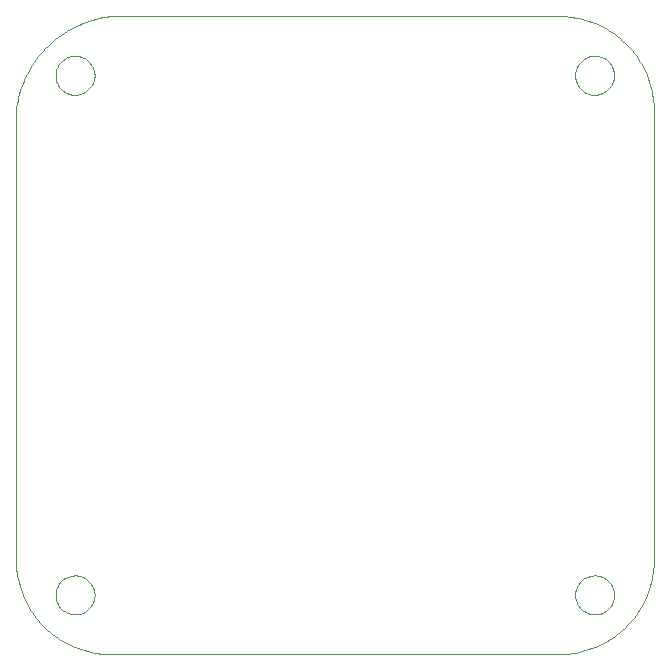
<source format=gbo>
G75*
%MOIN*%
%OFA0B0*%
%FSLAX24Y24*%
%IPPOS*%
%LPD*%
%AMOC8*
5,1,8,0,0,1.08239X$1,22.5*
%
%ADD10C,0.0000*%
D10*
X001991Y002069D02*
X001993Y002119D01*
X001999Y002169D01*
X002009Y002219D01*
X002022Y002267D01*
X002039Y002315D01*
X002060Y002361D01*
X002084Y002405D01*
X002112Y002447D01*
X002143Y002487D01*
X002177Y002524D01*
X002214Y002559D01*
X002253Y002590D01*
X002294Y002619D01*
X002338Y002644D01*
X002384Y002666D01*
X002431Y002684D01*
X002479Y002698D01*
X002528Y002709D01*
X002578Y002716D01*
X002628Y002719D01*
X002679Y002718D01*
X002729Y002713D01*
X002779Y002704D01*
X002827Y002692D01*
X002875Y002675D01*
X002921Y002655D01*
X002966Y002632D01*
X003009Y002605D01*
X003049Y002575D01*
X003087Y002542D01*
X003122Y002506D01*
X003155Y002467D01*
X003184Y002426D01*
X003210Y002383D01*
X003233Y002338D01*
X003252Y002291D01*
X003267Y002243D01*
X003279Y002194D01*
X003287Y002144D01*
X003291Y002094D01*
X003291Y002044D01*
X003287Y001994D01*
X003279Y001944D01*
X003267Y001895D01*
X003252Y001847D01*
X003233Y001800D01*
X003210Y001755D01*
X003184Y001712D01*
X003155Y001671D01*
X003122Y001632D01*
X003087Y001596D01*
X003049Y001563D01*
X003009Y001533D01*
X002966Y001506D01*
X002921Y001483D01*
X002875Y001463D01*
X002827Y001446D01*
X002779Y001434D01*
X002729Y001425D01*
X002679Y001420D01*
X002628Y001419D01*
X002578Y001422D01*
X002528Y001429D01*
X002479Y001440D01*
X002431Y001454D01*
X002384Y001472D01*
X002338Y001494D01*
X002294Y001519D01*
X002253Y001548D01*
X002214Y001579D01*
X002177Y001614D01*
X002143Y001651D01*
X002112Y001691D01*
X002084Y001733D01*
X002060Y001777D01*
X002039Y001823D01*
X002022Y001871D01*
X002009Y001919D01*
X001999Y001969D01*
X001993Y002019D01*
X001991Y002069D01*
X000672Y003250D02*
X000672Y018210D01*
X001991Y019391D02*
X001993Y019441D01*
X001999Y019491D01*
X002009Y019541D01*
X002022Y019589D01*
X002039Y019637D01*
X002060Y019683D01*
X002084Y019727D01*
X002112Y019769D01*
X002143Y019809D01*
X002177Y019846D01*
X002214Y019881D01*
X002253Y019912D01*
X002294Y019941D01*
X002338Y019966D01*
X002384Y019988D01*
X002431Y020006D01*
X002479Y020020D01*
X002528Y020031D01*
X002578Y020038D01*
X002628Y020041D01*
X002679Y020040D01*
X002729Y020035D01*
X002779Y020026D01*
X002827Y020014D01*
X002875Y019997D01*
X002921Y019977D01*
X002966Y019954D01*
X003009Y019927D01*
X003049Y019897D01*
X003087Y019864D01*
X003122Y019828D01*
X003155Y019789D01*
X003184Y019748D01*
X003210Y019705D01*
X003233Y019660D01*
X003252Y019613D01*
X003267Y019565D01*
X003279Y019516D01*
X003287Y019466D01*
X003291Y019416D01*
X003291Y019366D01*
X003287Y019316D01*
X003279Y019266D01*
X003267Y019217D01*
X003252Y019169D01*
X003233Y019122D01*
X003210Y019077D01*
X003184Y019034D01*
X003155Y018993D01*
X003122Y018954D01*
X003087Y018918D01*
X003049Y018885D01*
X003009Y018855D01*
X002966Y018828D01*
X002921Y018805D01*
X002875Y018785D01*
X002827Y018768D01*
X002779Y018756D01*
X002729Y018747D01*
X002679Y018742D01*
X002628Y018741D01*
X002578Y018744D01*
X002528Y018751D01*
X002479Y018762D01*
X002431Y018776D01*
X002384Y018794D01*
X002338Y018816D01*
X002294Y018841D01*
X002253Y018870D01*
X002214Y018901D01*
X002177Y018936D01*
X002143Y018973D01*
X002112Y019013D01*
X002084Y019055D01*
X002060Y019099D01*
X002039Y019145D01*
X002022Y019193D01*
X002009Y019241D01*
X001999Y019291D01*
X001993Y019341D01*
X001991Y019391D01*
X000672Y018211D02*
X000687Y018326D01*
X000705Y018442D01*
X000727Y018556D01*
X000754Y018670D01*
X000783Y018783D01*
X000817Y018894D01*
X000854Y019005D01*
X000894Y019114D01*
X000939Y019222D01*
X000986Y019329D01*
X001038Y019434D01*
X001092Y019537D01*
X001150Y019638D01*
X001211Y019737D01*
X001276Y019834D01*
X001343Y019930D01*
X001414Y020022D01*
X001488Y020113D01*
X001564Y020201D01*
X001644Y020286D01*
X001726Y020369D01*
X001811Y020449D01*
X001898Y020526D01*
X001988Y020601D01*
X002080Y020672D01*
X002175Y020740D01*
X002272Y020806D01*
X002370Y020868D01*
X002471Y020926D01*
X002574Y020982D01*
X002678Y021034D01*
X002784Y021082D01*
X002892Y021127D01*
X003001Y021169D01*
X003111Y021207D01*
X003223Y021241D01*
X003335Y021272D01*
X003449Y021299D01*
X003563Y021322D01*
X003678Y021341D01*
X003794Y021357D01*
X003910Y021369D01*
X004026Y021377D01*
X004143Y021381D01*
X004259Y021382D01*
X004376Y021378D01*
X004493Y021371D01*
X004609Y021360D01*
X018782Y021360D01*
X019313Y019391D02*
X019315Y019441D01*
X019321Y019491D01*
X019331Y019541D01*
X019344Y019589D01*
X019361Y019637D01*
X019382Y019683D01*
X019406Y019727D01*
X019434Y019769D01*
X019465Y019809D01*
X019499Y019846D01*
X019536Y019881D01*
X019575Y019912D01*
X019616Y019941D01*
X019660Y019966D01*
X019706Y019988D01*
X019753Y020006D01*
X019801Y020020D01*
X019850Y020031D01*
X019900Y020038D01*
X019950Y020041D01*
X020001Y020040D01*
X020051Y020035D01*
X020101Y020026D01*
X020149Y020014D01*
X020197Y019997D01*
X020243Y019977D01*
X020288Y019954D01*
X020331Y019927D01*
X020371Y019897D01*
X020409Y019864D01*
X020444Y019828D01*
X020477Y019789D01*
X020506Y019748D01*
X020532Y019705D01*
X020555Y019660D01*
X020574Y019613D01*
X020589Y019565D01*
X020601Y019516D01*
X020609Y019466D01*
X020613Y019416D01*
X020613Y019366D01*
X020609Y019316D01*
X020601Y019266D01*
X020589Y019217D01*
X020574Y019169D01*
X020555Y019122D01*
X020532Y019077D01*
X020506Y019034D01*
X020477Y018993D01*
X020444Y018954D01*
X020409Y018918D01*
X020371Y018885D01*
X020331Y018855D01*
X020288Y018828D01*
X020243Y018805D01*
X020197Y018785D01*
X020149Y018768D01*
X020101Y018756D01*
X020051Y018747D01*
X020001Y018742D01*
X019950Y018741D01*
X019900Y018744D01*
X019850Y018751D01*
X019801Y018762D01*
X019753Y018776D01*
X019706Y018794D01*
X019660Y018816D01*
X019616Y018841D01*
X019575Y018870D01*
X019536Y018901D01*
X019499Y018936D01*
X019465Y018973D01*
X019434Y019013D01*
X019406Y019055D01*
X019382Y019099D01*
X019361Y019145D01*
X019344Y019193D01*
X019331Y019241D01*
X019321Y019291D01*
X019315Y019341D01*
X019313Y019391D01*
X018782Y021360D02*
X018892Y021358D01*
X019002Y021352D01*
X019111Y021343D01*
X019220Y021329D01*
X019329Y021312D01*
X019437Y021291D01*
X019544Y021266D01*
X019650Y021238D01*
X019755Y021206D01*
X019859Y021170D01*
X019962Y021131D01*
X020063Y021088D01*
X020163Y021041D01*
X020261Y020991D01*
X020357Y020938D01*
X020451Y020881D01*
X020543Y020821D01*
X020634Y020758D01*
X020721Y020692D01*
X020807Y020623D01*
X020890Y020551D01*
X020970Y020476D01*
X021048Y020398D01*
X021123Y020318D01*
X021195Y020235D01*
X021264Y020149D01*
X021330Y020062D01*
X021393Y019971D01*
X021453Y019879D01*
X021510Y019785D01*
X021563Y019689D01*
X021613Y019591D01*
X021660Y019491D01*
X021703Y019390D01*
X021742Y019287D01*
X021778Y019183D01*
X021810Y019078D01*
X021838Y018972D01*
X021863Y018865D01*
X021884Y018757D01*
X021901Y018648D01*
X021915Y018539D01*
X021924Y018430D01*
X021930Y018320D01*
X021932Y018210D01*
X021932Y003250D01*
X019313Y002069D02*
X019315Y002119D01*
X019321Y002169D01*
X019331Y002219D01*
X019344Y002267D01*
X019361Y002315D01*
X019382Y002361D01*
X019406Y002405D01*
X019434Y002447D01*
X019465Y002487D01*
X019499Y002524D01*
X019536Y002559D01*
X019575Y002590D01*
X019616Y002619D01*
X019660Y002644D01*
X019706Y002666D01*
X019753Y002684D01*
X019801Y002698D01*
X019850Y002709D01*
X019900Y002716D01*
X019950Y002719D01*
X020001Y002718D01*
X020051Y002713D01*
X020101Y002704D01*
X020149Y002692D01*
X020197Y002675D01*
X020243Y002655D01*
X020288Y002632D01*
X020331Y002605D01*
X020371Y002575D01*
X020409Y002542D01*
X020444Y002506D01*
X020477Y002467D01*
X020506Y002426D01*
X020532Y002383D01*
X020555Y002338D01*
X020574Y002291D01*
X020589Y002243D01*
X020601Y002194D01*
X020609Y002144D01*
X020613Y002094D01*
X020613Y002044D01*
X020609Y001994D01*
X020601Y001944D01*
X020589Y001895D01*
X020574Y001847D01*
X020555Y001800D01*
X020532Y001755D01*
X020506Y001712D01*
X020477Y001671D01*
X020444Y001632D01*
X020409Y001596D01*
X020371Y001563D01*
X020331Y001533D01*
X020288Y001506D01*
X020243Y001483D01*
X020197Y001463D01*
X020149Y001446D01*
X020101Y001434D01*
X020051Y001425D01*
X020001Y001420D01*
X019950Y001419D01*
X019900Y001422D01*
X019850Y001429D01*
X019801Y001440D01*
X019753Y001454D01*
X019706Y001472D01*
X019660Y001494D01*
X019616Y001519D01*
X019575Y001548D01*
X019536Y001579D01*
X019499Y001614D01*
X019465Y001651D01*
X019434Y001691D01*
X019406Y001733D01*
X019382Y001777D01*
X019361Y001823D01*
X019344Y001871D01*
X019331Y001919D01*
X019321Y001969D01*
X019315Y002019D01*
X019313Y002069D01*
X018782Y000100D02*
X018892Y000102D01*
X019002Y000108D01*
X019111Y000117D01*
X019220Y000131D01*
X019329Y000148D01*
X019437Y000169D01*
X019544Y000194D01*
X019650Y000222D01*
X019755Y000254D01*
X019859Y000290D01*
X019962Y000329D01*
X020063Y000372D01*
X020163Y000419D01*
X020261Y000469D01*
X020357Y000522D01*
X020451Y000579D01*
X020543Y000639D01*
X020634Y000702D01*
X020721Y000768D01*
X020807Y000837D01*
X020890Y000909D01*
X020970Y000984D01*
X021048Y001062D01*
X021123Y001142D01*
X021195Y001225D01*
X021264Y001311D01*
X021330Y001398D01*
X021393Y001489D01*
X021453Y001581D01*
X021510Y001675D01*
X021563Y001771D01*
X021613Y001869D01*
X021660Y001969D01*
X021703Y002070D01*
X021742Y002173D01*
X021778Y002277D01*
X021810Y002382D01*
X021838Y002488D01*
X021863Y002595D01*
X021884Y002703D01*
X021901Y002812D01*
X021915Y002921D01*
X021924Y003030D01*
X021930Y003140D01*
X021932Y003250D01*
X018782Y000100D02*
X003822Y000100D01*
X003712Y000102D01*
X003602Y000108D01*
X003493Y000117D01*
X003384Y000131D01*
X003275Y000148D01*
X003167Y000169D01*
X003060Y000194D01*
X002954Y000222D01*
X002849Y000254D01*
X002745Y000290D01*
X002642Y000329D01*
X002541Y000372D01*
X002441Y000419D01*
X002343Y000469D01*
X002247Y000522D01*
X002153Y000579D01*
X002061Y000639D01*
X001970Y000702D01*
X001883Y000768D01*
X001797Y000837D01*
X001714Y000909D01*
X001634Y000984D01*
X001556Y001062D01*
X001481Y001142D01*
X001409Y001225D01*
X001340Y001311D01*
X001274Y001398D01*
X001211Y001489D01*
X001151Y001581D01*
X001094Y001675D01*
X001041Y001771D01*
X000991Y001869D01*
X000944Y001969D01*
X000901Y002070D01*
X000862Y002173D01*
X000826Y002277D01*
X000794Y002382D01*
X000766Y002488D01*
X000741Y002595D01*
X000720Y002703D01*
X000703Y002812D01*
X000689Y002921D01*
X000680Y003030D01*
X000674Y003140D01*
X000672Y003250D01*
M02*

</source>
